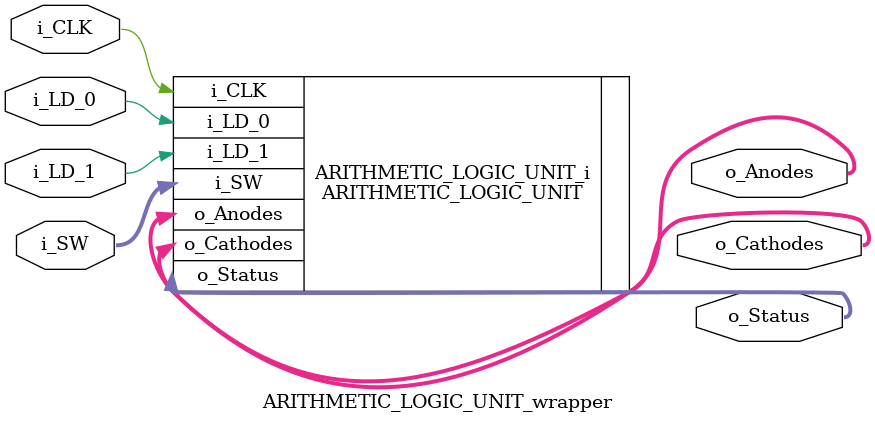
<source format=v>
`timescale 1 ps / 1 ps

module ARITHMETIC_LOGIC_UNIT_wrapper
   (i_CLK,
    i_LD_0,
    i_LD_1,
    i_SW,
    o_Anodes,
    o_Cathodes,
    o_Status);
  input i_CLK;
  input i_LD_0;
  input i_LD_1;
  input [7:0]i_SW;
  output [3:0]o_Anodes;
  output [6:0]o_Cathodes;
  output [3:0]o_Status;

  wire i_CLK;
  wire i_LD_0;
  wire i_LD_1;
  wire [7:0]i_SW;
  wire [3:0]o_Anodes;
  wire [6:0]o_Cathodes;
  wire [3:0]o_Status;

  ARITHMETIC_LOGIC_UNIT ARITHMETIC_LOGIC_UNIT_i
       (.i_CLK(i_CLK),
        .i_LD_0(i_LD_0),
        .i_LD_1(i_LD_1),
        .i_SW(i_SW),
        .o_Anodes(o_Anodes),
        .o_Cathodes(o_Cathodes),
        .o_Status(o_Status));
endmodule

</source>
